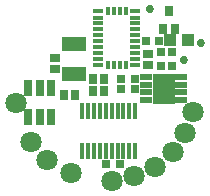
<source format=gts>
G04*
G04 #@! TF.GenerationSoftware,Altium Limited,Altium Designer,20.0.13 (296)*
G04*
G04 Layer_Color=8388736*
%FSLAX25Y25*%
%MOIN*%
G70*
G01*
G75*
%ADD29R,0.02965X0.02965*%
%ADD30R,0.04147X0.02178*%
%ADD31R,0.07493X0.10446*%
%ADD32R,0.02690X0.03339*%
%ADD33R,0.03162X0.05524*%
%ADD34R,0.07887X0.04737*%
%ADD35R,0.03241X0.03162*%
%ADD36R,0.03162X0.03241*%
%ADD37R,0.01784X0.05524*%
%ADD38R,0.03458X0.01784*%
%ADD39R,0.01784X0.03064*%
%ADD40R,0.02965X0.02965*%
%ADD41R,0.03950X0.03950*%
%ADD42C,0.02749*%
%ADD43C,0.07099*%
D29*
X30200Y5500D02*
D03*
X34800D02*
D03*
X35200Y34000D02*
D03*
X39800D02*
D03*
X43295Y46605D02*
D03*
X47895D02*
D03*
X35200Y30500D02*
D03*
X39800D02*
D03*
D30*
X43583Y34559D02*
D03*
Y32000D02*
D03*
Y29441D02*
D03*
Y26882D02*
D03*
X55000D02*
D03*
Y29441D02*
D03*
Y32000D02*
D03*
Y34559D02*
D03*
D31*
X49291Y30720D02*
D03*
D32*
X49031Y50539D02*
D03*
X52969D02*
D03*
X51000Y56461D02*
D03*
D33*
X4260Y30921D02*
D03*
X8000D02*
D03*
X11740D02*
D03*
Y21079D02*
D03*
X8000D02*
D03*
X4260D02*
D03*
D34*
X19500Y45421D02*
D03*
Y35579D02*
D03*
D35*
X13000Y37189D02*
D03*
Y40811D02*
D03*
X44000Y38689D02*
D03*
Y42311D02*
D03*
D36*
X25689Y34000D02*
D03*
X29311D02*
D03*
X16189Y28500D02*
D03*
X19811D02*
D03*
X25689Y30000D02*
D03*
X29311D02*
D03*
D37*
X22142Y9807D02*
D03*
Y23193D02*
D03*
X24110Y9807D02*
D03*
Y23193D02*
D03*
X26079Y9807D02*
D03*
Y23193D02*
D03*
X28047Y9807D02*
D03*
Y23193D02*
D03*
X30016Y9807D02*
D03*
Y23193D02*
D03*
X31984Y9807D02*
D03*
Y23193D02*
D03*
X33953Y9807D02*
D03*
Y23193D02*
D03*
X35921Y9807D02*
D03*
Y23193D02*
D03*
X37890Y9807D02*
D03*
Y23193D02*
D03*
X39858Y9807D02*
D03*
Y23193D02*
D03*
D38*
X27539Y38642D02*
D03*
X39843Y38394D02*
D03*
Y40610D02*
D03*
Y42579D02*
D03*
Y44547D02*
D03*
Y46516D02*
D03*
Y48484D02*
D03*
Y50453D02*
D03*
Y52421D02*
D03*
Y54390D02*
D03*
Y56410D02*
D03*
X27539Y56606D02*
D03*
Y54390D02*
D03*
Y52421D02*
D03*
Y50453D02*
D03*
Y48484D02*
D03*
Y46516D02*
D03*
Y44547D02*
D03*
Y42579D02*
D03*
Y40610D02*
D03*
D39*
X30736Y38394D02*
D03*
X32705D02*
D03*
X34673D02*
D03*
X36642D02*
D03*
Y56606D02*
D03*
X34673D02*
D03*
X32705D02*
D03*
X30736D02*
D03*
D40*
X52000Y42800D02*
D03*
Y38200D02*
D03*
X48500Y42800D02*
D03*
Y38200D02*
D03*
D41*
X57453Y47000D02*
D03*
X51547D02*
D03*
D42*
X61667Y46025D02*
D03*
X56010Y40368D02*
D03*
X44697Y57339D02*
D03*
D43*
X59000Y23000D02*
D03*
X56500Y16000D02*
D03*
X32000Y0D02*
D03*
X46500Y4500D02*
D03*
X0Y26000D02*
D03*
X18500Y2500D02*
D03*
X10500Y7000D02*
D03*
X52500Y9500D02*
D03*
X5000Y13000D02*
D03*
X39500Y1500D02*
D03*
M02*

</source>
